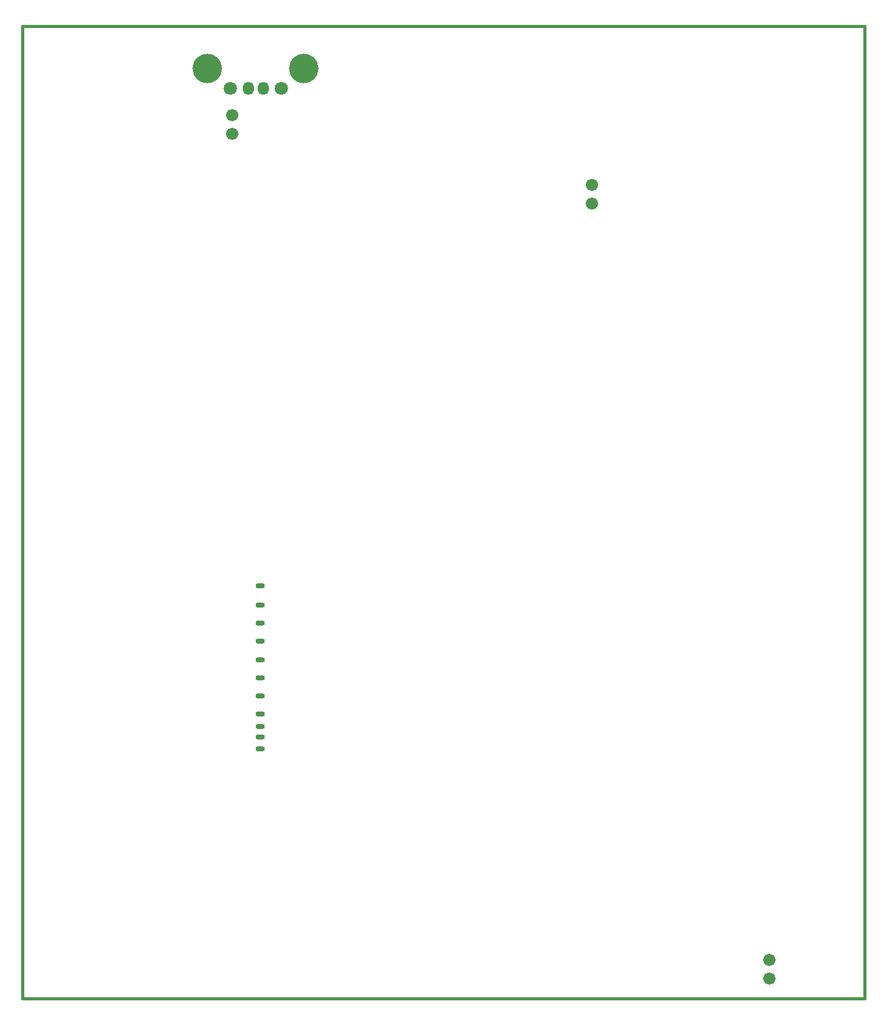
<source format=gtp>
G04 (created by PCBNEW-RS274X (2011-07-14 BZR 3049)-stable) date Fri 15 Jul 2011 10:43:33 AM CEST*
G01*
G70*
G90*
%MOIN*%
G04 Gerber Fmt 3.4, Leading zero omitted, Abs format*
%FSLAX34Y34*%
G04 APERTURE LIST*
%ADD10C,0.006000*%
%ADD11C,0.015000*%
%ADD12O,0.059100X0.070900*%
%ADD13C,0.070900*%
%ADD14C,0.157500*%
%ADD15C,0.066000*%
%ADD16O,0.050000X0.027600*%
G04 APERTURE END LIST*
G54D10*
G54D11*
X12008Y-66043D02*
X12008Y-13976D01*
X57087Y-66043D02*
X12008Y-66043D01*
X57087Y-13976D02*
X57087Y-66043D01*
X56988Y-13976D02*
X57087Y-13976D01*
X12008Y-13976D02*
X56988Y-13976D01*
G54D12*
X24105Y-17320D03*
X24895Y-17320D03*
G54D13*
X23125Y-17320D03*
G54D14*
X21915Y-16250D03*
X27085Y-16250D03*
G54D13*
X25875Y-17320D03*
G54D15*
X42500Y-23500D03*
X42500Y-22500D03*
X52000Y-64000D03*
X52000Y-65000D03*
X23250Y-18750D03*
X23250Y-19750D03*
G54D16*
X24750Y-44978D03*
X24750Y-45957D03*
X24750Y-46935D03*
X24750Y-47913D03*
X24750Y-48890D03*
X24750Y-49869D03*
X24750Y-50818D03*
X24750Y-51483D03*
X24750Y-43963D03*
X24750Y-52050D03*
X24750Y-52676D03*
M02*

</source>
